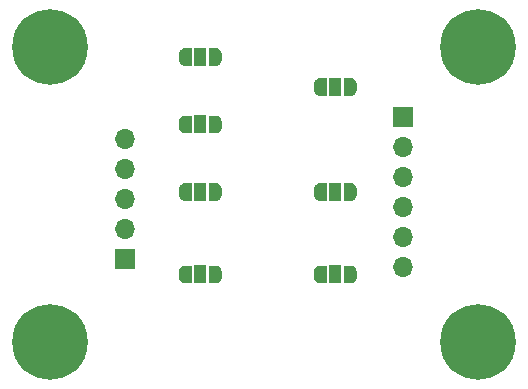
<source format=gbr>
%TF.GenerationSoftware,KiCad,Pcbnew,(5.1.9)-1*%
%TF.CreationDate,2021-04-16T10:30:29-03:00*%
%TF.ProjectId,1335_rev1,31333335-5f72-4657-9631-2e6b69636164,rev?*%
%TF.SameCoordinates,Original*%
%TF.FileFunction,Soldermask,Bot*%
%TF.FilePolarity,Negative*%
%FSLAX46Y46*%
G04 Gerber Fmt 4.6, Leading zero omitted, Abs format (unit mm)*
G04 Created by KiCad (PCBNEW (5.1.9)-1) date 2021-04-16 10:30:29*
%MOMM*%
%LPD*%
G01*
G04 APERTURE LIST*
%ADD10O,1.700000X1.700000*%
%ADD11R,1.700000X1.700000*%
%ADD12R,1.000000X1.500000*%
%ADD13C,0.100000*%
%ADD14C,6.400000*%
%ADD15C,0.800000*%
G04 APERTURE END LIST*
D10*
%TO.C,J1*%
X130810000Y-83185000D03*
X130810000Y-85725000D03*
X130810000Y-88265000D03*
X130810000Y-90805000D03*
D11*
X130810000Y-93345000D03*
%TD*%
D10*
%TO.C,J2*%
X154305000Y-93980000D03*
X154305000Y-91440000D03*
X154305000Y-88900000D03*
X154305000Y-86360000D03*
X154305000Y-83820000D03*
D11*
X154305000Y-81280000D03*
%TD*%
D12*
%TO.C,JP7*%
X137160000Y-81915000D03*
D13*
G36*
X135860000Y-82664398D02*
G01*
X135835466Y-82664398D01*
X135786635Y-82659588D01*
X135738510Y-82650016D01*
X135691555Y-82635772D01*
X135646222Y-82616995D01*
X135602949Y-82593864D01*
X135562150Y-82566604D01*
X135524221Y-82535476D01*
X135489524Y-82500779D01*
X135458396Y-82462850D01*
X135431136Y-82422051D01*
X135408005Y-82378778D01*
X135389228Y-82333445D01*
X135374984Y-82286490D01*
X135365412Y-82238365D01*
X135360602Y-82189534D01*
X135360602Y-82165000D01*
X135360000Y-82165000D01*
X135360000Y-81665000D01*
X135360602Y-81665000D01*
X135360602Y-81640466D01*
X135365412Y-81591635D01*
X135374984Y-81543510D01*
X135389228Y-81496555D01*
X135408005Y-81451222D01*
X135431136Y-81407949D01*
X135458396Y-81367150D01*
X135489524Y-81329221D01*
X135524221Y-81294524D01*
X135562150Y-81263396D01*
X135602949Y-81236136D01*
X135646222Y-81213005D01*
X135691555Y-81194228D01*
X135738510Y-81179984D01*
X135786635Y-81170412D01*
X135835466Y-81165602D01*
X135860000Y-81165602D01*
X135860000Y-81165000D01*
X136410000Y-81165000D01*
X136410000Y-82665000D01*
X135860000Y-82665000D01*
X135860000Y-82664398D01*
G37*
G36*
X137910000Y-81165000D02*
G01*
X138460000Y-81165000D01*
X138460000Y-81165602D01*
X138484534Y-81165602D01*
X138533365Y-81170412D01*
X138581490Y-81179984D01*
X138628445Y-81194228D01*
X138673778Y-81213005D01*
X138717051Y-81236136D01*
X138757850Y-81263396D01*
X138795779Y-81294524D01*
X138830476Y-81329221D01*
X138861604Y-81367150D01*
X138888864Y-81407949D01*
X138911995Y-81451222D01*
X138930772Y-81496555D01*
X138945016Y-81543510D01*
X138954588Y-81591635D01*
X138959398Y-81640466D01*
X138959398Y-81665000D01*
X138960000Y-81665000D01*
X138960000Y-82165000D01*
X138959398Y-82165000D01*
X138959398Y-82189534D01*
X138954588Y-82238365D01*
X138945016Y-82286490D01*
X138930772Y-82333445D01*
X138911995Y-82378778D01*
X138888864Y-82422051D01*
X138861604Y-82462850D01*
X138830476Y-82500779D01*
X138795779Y-82535476D01*
X138757850Y-82566604D01*
X138717051Y-82593864D01*
X138673778Y-82616995D01*
X138628445Y-82635772D01*
X138581490Y-82650016D01*
X138533365Y-82659588D01*
X138484534Y-82664398D01*
X138460000Y-82664398D01*
X138460000Y-82665000D01*
X137910000Y-82665000D01*
X137910000Y-81165000D01*
G37*
%TD*%
D12*
%TO.C,JP6*%
X137160000Y-94615000D03*
D13*
G36*
X135860000Y-95364398D02*
G01*
X135835466Y-95364398D01*
X135786635Y-95359588D01*
X135738510Y-95350016D01*
X135691555Y-95335772D01*
X135646222Y-95316995D01*
X135602949Y-95293864D01*
X135562150Y-95266604D01*
X135524221Y-95235476D01*
X135489524Y-95200779D01*
X135458396Y-95162850D01*
X135431136Y-95122051D01*
X135408005Y-95078778D01*
X135389228Y-95033445D01*
X135374984Y-94986490D01*
X135365412Y-94938365D01*
X135360602Y-94889534D01*
X135360602Y-94865000D01*
X135360000Y-94865000D01*
X135360000Y-94365000D01*
X135360602Y-94365000D01*
X135360602Y-94340466D01*
X135365412Y-94291635D01*
X135374984Y-94243510D01*
X135389228Y-94196555D01*
X135408005Y-94151222D01*
X135431136Y-94107949D01*
X135458396Y-94067150D01*
X135489524Y-94029221D01*
X135524221Y-93994524D01*
X135562150Y-93963396D01*
X135602949Y-93936136D01*
X135646222Y-93913005D01*
X135691555Y-93894228D01*
X135738510Y-93879984D01*
X135786635Y-93870412D01*
X135835466Y-93865602D01*
X135860000Y-93865602D01*
X135860000Y-93865000D01*
X136410000Y-93865000D01*
X136410000Y-95365000D01*
X135860000Y-95365000D01*
X135860000Y-95364398D01*
G37*
G36*
X137910000Y-93865000D02*
G01*
X138460000Y-93865000D01*
X138460000Y-93865602D01*
X138484534Y-93865602D01*
X138533365Y-93870412D01*
X138581490Y-93879984D01*
X138628445Y-93894228D01*
X138673778Y-93913005D01*
X138717051Y-93936136D01*
X138757850Y-93963396D01*
X138795779Y-93994524D01*
X138830476Y-94029221D01*
X138861604Y-94067150D01*
X138888864Y-94107949D01*
X138911995Y-94151222D01*
X138930772Y-94196555D01*
X138945016Y-94243510D01*
X138954588Y-94291635D01*
X138959398Y-94340466D01*
X138959398Y-94365000D01*
X138960000Y-94365000D01*
X138960000Y-94865000D01*
X138959398Y-94865000D01*
X138959398Y-94889534D01*
X138954588Y-94938365D01*
X138945016Y-94986490D01*
X138930772Y-95033445D01*
X138911995Y-95078778D01*
X138888864Y-95122051D01*
X138861604Y-95162850D01*
X138830476Y-95200779D01*
X138795779Y-95235476D01*
X138757850Y-95266604D01*
X138717051Y-95293864D01*
X138673778Y-95316995D01*
X138628445Y-95335772D01*
X138581490Y-95350016D01*
X138533365Y-95359588D01*
X138484534Y-95364398D01*
X138460000Y-95364398D01*
X138460000Y-95365000D01*
X137910000Y-95365000D01*
X137910000Y-93865000D01*
G37*
%TD*%
D12*
%TO.C,JP5*%
X137160000Y-87630000D03*
D13*
G36*
X135860000Y-88379398D02*
G01*
X135835466Y-88379398D01*
X135786635Y-88374588D01*
X135738510Y-88365016D01*
X135691555Y-88350772D01*
X135646222Y-88331995D01*
X135602949Y-88308864D01*
X135562150Y-88281604D01*
X135524221Y-88250476D01*
X135489524Y-88215779D01*
X135458396Y-88177850D01*
X135431136Y-88137051D01*
X135408005Y-88093778D01*
X135389228Y-88048445D01*
X135374984Y-88001490D01*
X135365412Y-87953365D01*
X135360602Y-87904534D01*
X135360602Y-87880000D01*
X135360000Y-87880000D01*
X135360000Y-87380000D01*
X135360602Y-87380000D01*
X135360602Y-87355466D01*
X135365412Y-87306635D01*
X135374984Y-87258510D01*
X135389228Y-87211555D01*
X135408005Y-87166222D01*
X135431136Y-87122949D01*
X135458396Y-87082150D01*
X135489524Y-87044221D01*
X135524221Y-87009524D01*
X135562150Y-86978396D01*
X135602949Y-86951136D01*
X135646222Y-86928005D01*
X135691555Y-86909228D01*
X135738510Y-86894984D01*
X135786635Y-86885412D01*
X135835466Y-86880602D01*
X135860000Y-86880602D01*
X135860000Y-86880000D01*
X136410000Y-86880000D01*
X136410000Y-88380000D01*
X135860000Y-88380000D01*
X135860000Y-88379398D01*
G37*
G36*
X137910000Y-86880000D02*
G01*
X138460000Y-86880000D01*
X138460000Y-86880602D01*
X138484534Y-86880602D01*
X138533365Y-86885412D01*
X138581490Y-86894984D01*
X138628445Y-86909228D01*
X138673778Y-86928005D01*
X138717051Y-86951136D01*
X138757850Y-86978396D01*
X138795779Y-87009524D01*
X138830476Y-87044221D01*
X138861604Y-87082150D01*
X138888864Y-87122949D01*
X138911995Y-87166222D01*
X138930772Y-87211555D01*
X138945016Y-87258510D01*
X138954588Y-87306635D01*
X138959398Y-87355466D01*
X138959398Y-87380000D01*
X138960000Y-87380000D01*
X138960000Y-87880000D01*
X138959398Y-87880000D01*
X138959398Y-87904534D01*
X138954588Y-87953365D01*
X138945016Y-88001490D01*
X138930772Y-88048445D01*
X138911995Y-88093778D01*
X138888864Y-88137051D01*
X138861604Y-88177850D01*
X138830476Y-88215779D01*
X138795779Y-88250476D01*
X138757850Y-88281604D01*
X138717051Y-88308864D01*
X138673778Y-88331995D01*
X138628445Y-88350772D01*
X138581490Y-88365016D01*
X138533365Y-88374588D01*
X138484534Y-88379398D01*
X138460000Y-88379398D01*
X138460000Y-88380000D01*
X137910000Y-88380000D01*
X137910000Y-86880000D01*
G37*
%TD*%
D12*
%TO.C,JP4*%
X137160000Y-76200000D03*
D13*
G36*
X135860000Y-76949398D02*
G01*
X135835466Y-76949398D01*
X135786635Y-76944588D01*
X135738510Y-76935016D01*
X135691555Y-76920772D01*
X135646222Y-76901995D01*
X135602949Y-76878864D01*
X135562150Y-76851604D01*
X135524221Y-76820476D01*
X135489524Y-76785779D01*
X135458396Y-76747850D01*
X135431136Y-76707051D01*
X135408005Y-76663778D01*
X135389228Y-76618445D01*
X135374984Y-76571490D01*
X135365412Y-76523365D01*
X135360602Y-76474534D01*
X135360602Y-76450000D01*
X135360000Y-76450000D01*
X135360000Y-75950000D01*
X135360602Y-75950000D01*
X135360602Y-75925466D01*
X135365412Y-75876635D01*
X135374984Y-75828510D01*
X135389228Y-75781555D01*
X135408005Y-75736222D01*
X135431136Y-75692949D01*
X135458396Y-75652150D01*
X135489524Y-75614221D01*
X135524221Y-75579524D01*
X135562150Y-75548396D01*
X135602949Y-75521136D01*
X135646222Y-75498005D01*
X135691555Y-75479228D01*
X135738510Y-75464984D01*
X135786635Y-75455412D01*
X135835466Y-75450602D01*
X135860000Y-75450602D01*
X135860000Y-75450000D01*
X136410000Y-75450000D01*
X136410000Y-76950000D01*
X135860000Y-76950000D01*
X135860000Y-76949398D01*
G37*
G36*
X137910000Y-75450000D02*
G01*
X138460000Y-75450000D01*
X138460000Y-75450602D01*
X138484534Y-75450602D01*
X138533365Y-75455412D01*
X138581490Y-75464984D01*
X138628445Y-75479228D01*
X138673778Y-75498005D01*
X138717051Y-75521136D01*
X138757850Y-75548396D01*
X138795779Y-75579524D01*
X138830476Y-75614221D01*
X138861604Y-75652150D01*
X138888864Y-75692949D01*
X138911995Y-75736222D01*
X138930772Y-75781555D01*
X138945016Y-75828510D01*
X138954588Y-75876635D01*
X138959398Y-75925466D01*
X138959398Y-75950000D01*
X138960000Y-75950000D01*
X138960000Y-76450000D01*
X138959398Y-76450000D01*
X138959398Y-76474534D01*
X138954588Y-76523365D01*
X138945016Y-76571490D01*
X138930772Y-76618445D01*
X138911995Y-76663778D01*
X138888864Y-76707051D01*
X138861604Y-76747850D01*
X138830476Y-76785779D01*
X138795779Y-76820476D01*
X138757850Y-76851604D01*
X138717051Y-76878864D01*
X138673778Y-76901995D01*
X138628445Y-76920772D01*
X138581490Y-76935016D01*
X138533365Y-76944588D01*
X138484534Y-76949398D01*
X138460000Y-76949398D01*
X138460000Y-76950000D01*
X137910000Y-76950000D01*
X137910000Y-75450000D01*
G37*
%TD*%
D12*
%TO.C,JP3*%
X148590000Y-94615000D03*
D13*
G36*
X147290000Y-95364398D02*
G01*
X147265466Y-95364398D01*
X147216635Y-95359588D01*
X147168510Y-95350016D01*
X147121555Y-95335772D01*
X147076222Y-95316995D01*
X147032949Y-95293864D01*
X146992150Y-95266604D01*
X146954221Y-95235476D01*
X146919524Y-95200779D01*
X146888396Y-95162850D01*
X146861136Y-95122051D01*
X146838005Y-95078778D01*
X146819228Y-95033445D01*
X146804984Y-94986490D01*
X146795412Y-94938365D01*
X146790602Y-94889534D01*
X146790602Y-94865000D01*
X146790000Y-94865000D01*
X146790000Y-94365000D01*
X146790602Y-94365000D01*
X146790602Y-94340466D01*
X146795412Y-94291635D01*
X146804984Y-94243510D01*
X146819228Y-94196555D01*
X146838005Y-94151222D01*
X146861136Y-94107949D01*
X146888396Y-94067150D01*
X146919524Y-94029221D01*
X146954221Y-93994524D01*
X146992150Y-93963396D01*
X147032949Y-93936136D01*
X147076222Y-93913005D01*
X147121555Y-93894228D01*
X147168510Y-93879984D01*
X147216635Y-93870412D01*
X147265466Y-93865602D01*
X147290000Y-93865602D01*
X147290000Y-93865000D01*
X147840000Y-93865000D01*
X147840000Y-95365000D01*
X147290000Y-95365000D01*
X147290000Y-95364398D01*
G37*
G36*
X149340000Y-93865000D02*
G01*
X149890000Y-93865000D01*
X149890000Y-93865602D01*
X149914534Y-93865602D01*
X149963365Y-93870412D01*
X150011490Y-93879984D01*
X150058445Y-93894228D01*
X150103778Y-93913005D01*
X150147051Y-93936136D01*
X150187850Y-93963396D01*
X150225779Y-93994524D01*
X150260476Y-94029221D01*
X150291604Y-94067150D01*
X150318864Y-94107949D01*
X150341995Y-94151222D01*
X150360772Y-94196555D01*
X150375016Y-94243510D01*
X150384588Y-94291635D01*
X150389398Y-94340466D01*
X150389398Y-94365000D01*
X150390000Y-94365000D01*
X150390000Y-94865000D01*
X150389398Y-94865000D01*
X150389398Y-94889534D01*
X150384588Y-94938365D01*
X150375016Y-94986490D01*
X150360772Y-95033445D01*
X150341995Y-95078778D01*
X150318864Y-95122051D01*
X150291604Y-95162850D01*
X150260476Y-95200779D01*
X150225779Y-95235476D01*
X150187850Y-95266604D01*
X150147051Y-95293864D01*
X150103778Y-95316995D01*
X150058445Y-95335772D01*
X150011490Y-95350016D01*
X149963365Y-95359588D01*
X149914534Y-95364398D01*
X149890000Y-95364398D01*
X149890000Y-95365000D01*
X149340000Y-95365000D01*
X149340000Y-93865000D01*
G37*
%TD*%
D12*
%TO.C,JP2*%
X148590000Y-87630000D03*
D13*
G36*
X147290000Y-88379398D02*
G01*
X147265466Y-88379398D01*
X147216635Y-88374588D01*
X147168510Y-88365016D01*
X147121555Y-88350772D01*
X147076222Y-88331995D01*
X147032949Y-88308864D01*
X146992150Y-88281604D01*
X146954221Y-88250476D01*
X146919524Y-88215779D01*
X146888396Y-88177850D01*
X146861136Y-88137051D01*
X146838005Y-88093778D01*
X146819228Y-88048445D01*
X146804984Y-88001490D01*
X146795412Y-87953365D01*
X146790602Y-87904534D01*
X146790602Y-87880000D01*
X146790000Y-87880000D01*
X146790000Y-87380000D01*
X146790602Y-87380000D01*
X146790602Y-87355466D01*
X146795412Y-87306635D01*
X146804984Y-87258510D01*
X146819228Y-87211555D01*
X146838005Y-87166222D01*
X146861136Y-87122949D01*
X146888396Y-87082150D01*
X146919524Y-87044221D01*
X146954221Y-87009524D01*
X146992150Y-86978396D01*
X147032949Y-86951136D01*
X147076222Y-86928005D01*
X147121555Y-86909228D01*
X147168510Y-86894984D01*
X147216635Y-86885412D01*
X147265466Y-86880602D01*
X147290000Y-86880602D01*
X147290000Y-86880000D01*
X147840000Y-86880000D01*
X147840000Y-88380000D01*
X147290000Y-88380000D01*
X147290000Y-88379398D01*
G37*
G36*
X149340000Y-86880000D02*
G01*
X149890000Y-86880000D01*
X149890000Y-86880602D01*
X149914534Y-86880602D01*
X149963365Y-86885412D01*
X150011490Y-86894984D01*
X150058445Y-86909228D01*
X150103778Y-86928005D01*
X150147051Y-86951136D01*
X150187850Y-86978396D01*
X150225779Y-87009524D01*
X150260476Y-87044221D01*
X150291604Y-87082150D01*
X150318864Y-87122949D01*
X150341995Y-87166222D01*
X150360772Y-87211555D01*
X150375016Y-87258510D01*
X150384588Y-87306635D01*
X150389398Y-87355466D01*
X150389398Y-87380000D01*
X150390000Y-87380000D01*
X150390000Y-87880000D01*
X150389398Y-87880000D01*
X150389398Y-87904534D01*
X150384588Y-87953365D01*
X150375016Y-88001490D01*
X150360772Y-88048445D01*
X150341995Y-88093778D01*
X150318864Y-88137051D01*
X150291604Y-88177850D01*
X150260476Y-88215779D01*
X150225779Y-88250476D01*
X150187850Y-88281604D01*
X150147051Y-88308864D01*
X150103778Y-88331995D01*
X150058445Y-88350772D01*
X150011490Y-88365016D01*
X149963365Y-88374588D01*
X149914534Y-88379398D01*
X149890000Y-88379398D01*
X149890000Y-88380000D01*
X149340000Y-88380000D01*
X149340000Y-86880000D01*
G37*
%TD*%
D12*
%TO.C,JP1*%
X148590000Y-78740000D03*
D13*
G36*
X147290000Y-79489398D02*
G01*
X147265466Y-79489398D01*
X147216635Y-79484588D01*
X147168510Y-79475016D01*
X147121555Y-79460772D01*
X147076222Y-79441995D01*
X147032949Y-79418864D01*
X146992150Y-79391604D01*
X146954221Y-79360476D01*
X146919524Y-79325779D01*
X146888396Y-79287850D01*
X146861136Y-79247051D01*
X146838005Y-79203778D01*
X146819228Y-79158445D01*
X146804984Y-79111490D01*
X146795412Y-79063365D01*
X146790602Y-79014534D01*
X146790602Y-78990000D01*
X146790000Y-78990000D01*
X146790000Y-78490000D01*
X146790602Y-78490000D01*
X146790602Y-78465466D01*
X146795412Y-78416635D01*
X146804984Y-78368510D01*
X146819228Y-78321555D01*
X146838005Y-78276222D01*
X146861136Y-78232949D01*
X146888396Y-78192150D01*
X146919524Y-78154221D01*
X146954221Y-78119524D01*
X146992150Y-78088396D01*
X147032949Y-78061136D01*
X147076222Y-78038005D01*
X147121555Y-78019228D01*
X147168510Y-78004984D01*
X147216635Y-77995412D01*
X147265466Y-77990602D01*
X147290000Y-77990602D01*
X147290000Y-77990000D01*
X147840000Y-77990000D01*
X147840000Y-79490000D01*
X147290000Y-79490000D01*
X147290000Y-79489398D01*
G37*
G36*
X149340000Y-77990000D02*
G01*
X149890000Y-77990000D01*
X149890000Y-77990602D01*
X149914534Y-77990602D01*
X149963365Y-77995412D01*
X150011490Y-78004984D01*
X150058445Y-78019228D01*
X150103778Y-78038005D01*
X150147051Y-78061136D01*
X150187850Y-78088396D01*
X150225779Y-78119524D01*
X150260476Y-78154221D01*
X150291604Y-78192150D01*
X150318864Y-78232949D01*
X150341995Y-78276222D01*
X150360772Y-78321555D01*
X150375016Y-78368510D01*
X150384588Y-78416635D01*
X150389398Y-78465466D01*
X150389398Y-78490000D01*
X150390000Y-78490000D01*
X150390000Y-78990000D01*
X150389398Y-78990000D01*
X150389398Y-79014534D01*
X150384588Y-79063365D01*
X150375016Y-79111490D01*
X150360772Y-79158445D01*
X150341995Y-79203778D01*
X150318864Y-79247051D01*
X150291604Y-79287850D01*
X150260476Y-79325779D01*
X150225779Y-79360476D01*
X150187850Y-79391604D01*
X150147051Y-79418864D01*
X150103778Y-79441995D01*
X150058445Y-79460772D01*
X150011490Y-79475016D01*
X149963365Y-79484588D01*
X149914534Y-79489398D01*
X149890000Y-79489398D01*
X149890000Y-79490000D01*
X149340000Y-79490000D01*
X149340000Y-77990000D01*
G37*
%TD*%
D14*
%TO.C,H1*%
X124460000Y-75330000D03*
D15*
X126860000Y-75330000D03*
X126157056Y-77027056D03*
X124460000Y-77730000D03*
X122762944Y-77027056D03*
X122060000Y-75330000D03*
X122762944Y-73632944D03*
X124460000Y-72930000D03*
X126157056Y-73632944D03*
%TD*%
%TO.C,H2*%
X162352056Y-73632944D03*
X160655000Y-72930000D03*
X158957944Y-73632944D03*
X158255000Y-75330000D03*
X158957944Y-77027056D03*
X160655000Y-77730000D03*
X162352056Y-77027056D03*
X163055000Y-75330000D03*
D14*
X160655000Y-75330000D03*
%TD*%
%TO.C,H3*%
X124460000Y-100330000D03*
D15*
X126860000Y-100330000D03*
X126157056Y-102027056D03*
X124460000Y-102730000D03*
X122762944Y-102027056D03*
X122060000Y-100330000D03*
X122762944Y-98632944D03*
X124460000Y-97930000D03*
X126157056Y-98632944D03*
%TD*%
%TO.C,H4*%
X162352056Y-98632944D03*
X160655000Y-97930000D03*
X158957944Y-98632944D03*
X158255000Y-100330000D03*
X158957944Y-102027056D03*
X160655000Y-102730000D03*
X162352056Y-102027056D03*
X163055000Y-100330000D03*
D14*
X160655000Y-100330000D03*
%TD*%
M02*

</source>
